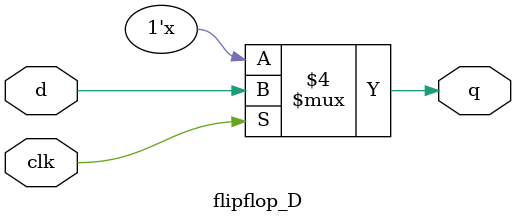
<source format=v>
`timescale 1ns / 1ps


module flipflop_D(
//input and output variables
input d,clk,
output reg q
    );
//block can be triggered
always@(*)
begin
if(clk==1)
q=d;
end
endmodule

</source>
